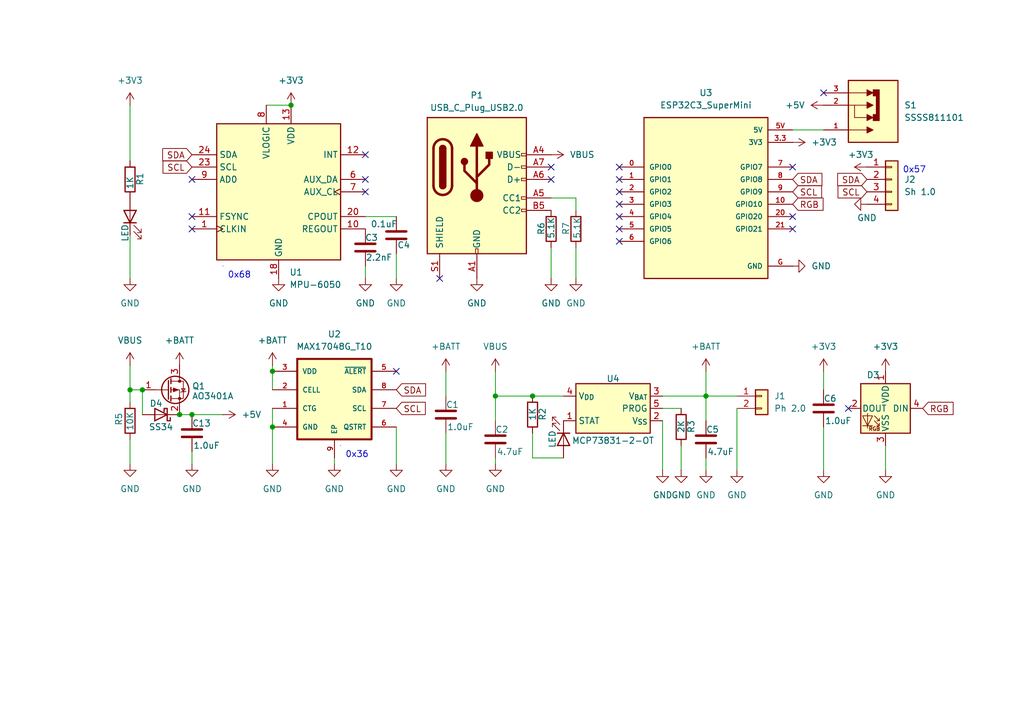
<source format=kicad_sch>
(kicad_sch (version 20231120) (generator "eeschema") (generator_version "8.0")
  (paper "A5")
  (lib_symbols
    (symbol "Battery_Management:MCP73831-5-OT"
      (property "Reference" "U4" (at 5.4962 -15.24 90))
      (property "Value" "MCP73831-5-OT" (at 2.9562 -15.24 90))
      (symbol "MCP73831-5-OT_0_1"
        (rectangle (start -7.62 5.08) (end 7.62 -5.08) (stroke (width 0.254)) (fill (type background)))
      )
      (symbol "MCP73831-5-OT_1_1"
        (pin tri_state line (at -10.16 -2.54 0) (length 2.54) (name "STAT") (number "1"))
        (pin power_in line (at 10.16 -2.54 180) (length 2.54) (name "V_{SS}") (number "2"))
        (pin power_out line (at 10.16 2.54 180) (length 2.54) (name "V_{BAT}") (number "3"))
        (pin power_in line (at -10.16 2.54 0) (length 2.54) (name "V_{DD}") (number "4"))
        (pin input line (at 10.16 0 180) (length 2.54) (name "PROG") (number "5"))
      )
    )
    (symbol "Connector:USB_C_Plug_USB2.0" (pin_names (offset 1.016))
      (property "Reference" "P1" (at 0 14.732 0))
      (property "Value" "USB_C_Plug_USB2.0" (at 0 12.192 0))
      (symbol "USB_C_Plug_USB2.0_0_0"
        (rectangle (start -0.254 -17.78) (end 0.254 -16.764))
        (rectangle (start 10.16 -8.636) (end 9.144 -9.144))
        (rectangle (start 10.16 -6.096) (end 9.144 -6.604))
        (rectangle (start 10.16 -2.286) (end 9.144 -2.794))
        (rectangle (start 10.16 0.254) (end 9.144 -0.254))
        (rectangle (start 10.16 2.794) (end 9.144 2.286))
      )
      (symbol "USB_C_Plug_USB2.0_0_1"
        (rectangle (start -10.16 10.16) (end 10.16 -17.78) (stroke (width 0.254)) (fill (type background)))
        (arc (start -8.89 -3.81) (mid -6.985 -5.7067) (end -5.08 -3.81) (stroke (width 0.508)))
        (arc (start -7.62 -3.81) (mid -6.985 -4.4423) (end -6.35 -3.81) (stroke (width 0.254)))
        (arc (start -7.62 -3.81) (mid -6.985 -4.4423) (end -6.35 -3.81) (stroke (width 0.254)) (fill (type outline)))
        (rectangle (start -7.62 -3.81) (end -6.35 3.81) (stroke (width 0.254)) (fill (type outline)))
        (arc (start -6.35 3.81) (mid -6.985 4.4423) (end -7.62 3.81) (stroke (width 0.254)))
        (arc (start -6.35 3.81) (mid -6.985 4.4423) (end -7.62 3.81) (stroke (width 0.254)) (fill (type outline)))
        (arc (start -5.08 3.81) (mid -6.985 5.7067) (end -8.89 3.81) (stroke (width 0.508)))
        (circle (center -2.54 1.143) (radius 0.635) (stroke (width 0.254)) (fill (type outline)))
        (circle (center 0 -5.842) (radius 1.27) (fill (type outline)))
        (polyline (pts (xy -8.89 -3.81) (xy -8.89 3.81)) (stroke (width 0.508)))
        (polyline (pts (xy -5.08 3.81) (xy -5.08 -3.81)) (stroke (width 0.508)))
        (polyline (pts (xy 0 -5.842) (xy 0 4.318)) (stroke (width 0.508)))
        (polyline (pts (xy 0 -3.302) (xy -2.54 -0.762) (xy -2.54 0.508)) (stroke (width 0.508)))
        (polyline (pts (xy 0 -2.032) (xy 2.54 0.508) (xy 2.54 1.778)) (stroke (width 0.508)))
        (polyline (pts (xy -1.27 4.318) (xy 0 6.858) (xy 1.27 4.318) (xy -1.27 4.318)) (stroke (width 0.254)) (fill (type outline)))
        (rectangle (start 1.905 1.778) (end 3.175 3.048) (stroke (width 0.254)) (fill (type outline)))
      )
      (symbol "USB_C_Plug_USB2.0_1_1"
        (pin passive line (at 0 -22.86 90) (length 5.08) (name "GND") (number "A1"))
        (pin passive line (at 0 -22.86 90) (length 5.08) hide (name "GND") (number "A12"))
        (pin passive line (at 15.24 2.54 180) (length 5.08) (name "VBUS") (number "A4"))
        (pin bidirectional line (at 15.24 -6.35 180) (length 5.08) (name "CC1") (number "A5"))
        (pin bidirectional line (at 15.24 -2.54 180) (length 5.08) (name "D+") (number "A6"))
        (pin bidirectional line (at 15.24 0 180) (length 5.08) (name "D-") (number "A7"))
        (pin passive line (at 15.24 2.54 180) (length 5.08) hide (name "VBUS") (number "A9"))
        (pin passive line (at 0 -22.86 90) (length 5.08) hide (name "GND") (number "B1"))
        (pin passive line (at 0 -22.86 90) (length 5.08) hide (name "GND") (number "B12"))
        (pin passive line (at 15.24 2.54 180) (length 5.08) hide (name "VBUS") (number "B4"))
        (pin bidirectional line (at 15.24 -8.89 180) (length 5.08) (name "CC2") (number "B5"))
        (pin passive line (at 15.24 2.54 180) (length 5.08) hide (name "VBUS") (number "B9"))
        (pin passive line (at -7.62 -22.86 90) (length 5.08) (name "SHIELD") (number "S1"))
      )
    )
    (symbol "Connector_Generic:Conn_01x02" (pin_names (offset 1.016) hide)
      (property "Reference" "J" (at 0 2.54 0))
      (property "Value" "Conn_01x02" (at 0 -5.08 0))
      (symbol "Conn_01x02_1_1"
        (rectangle (start -1.27 -2.413) (end 0 -2.667) (stroke (width 0.1524)))
        (rectangle (start -1.27 0.127) (end 0 -0.127) (stroke (width 0.1524)))
        (rectangle (start -1.27 1.27) (end 1.27 -3.81) (stroke (width 0.254)) (fill (type background)))
        (pin passive line (at -5.08 0 0) (length 3.81) (name "Pin_1") (number "1"))
        (pin passive line (at -5.08 -2.54 0) (length 3.81) (name "Pin_2") (number "2"))
      )
    )
    (symbol "Connector_Generic:Conn_01x04" (pin_names (offset 1.016) hide)
      (property "Reference" "J" (at 0 5.08 0))
      (property "Value" "Conn_01x04" (at 0 -7.62 0))
      (symbol "Conn_01x04_1_1"
        (rectangle (start -1.27 -4.953) (end 0 -5.207) (stroke (width 0.1524)))
        (rectangle (start -1.27 -2.413) (end 0 -2.667) (stroke (width 0.1524)))
        (rectangle (start -1.27 0.127) (end 0 -0.127) (stroke (width 0.1524)))
        (rectangle (start -1.27 2.667) (end 0 2.413) (stroke (width 0.1524)))
        (rectangle (start -1.27 3.81) (end 1.27 -6.35) (stroke (width 0.254)) (fill (type background)))
        (pin passive line (at -5.08 2.54 0) (length 3.81) (name "Pin_1") (number "1"))
        (pin passive line (at -5.08 0 0) (length 3.81) (name "Pin_2") (number "2"))
        (pin passive line (at -5.08 -2.54 0) (length 3.81) (name "Pin_3") (number "3"))
        (pin passive line (at -5.08 -5.08 0) (length 3.81) (name "Pin_4") (number "4"))
      )
    )
    (symbol "Custom:ESP32C3_SuperMini" (pin_names (offset 1.016))
      (property "Reference" "U" (at -12.7 16.002 0))
      (property "Value" "ESP32C3_SuperMini" (at -9.652 -20.32 0))
      (symbol "ESP32C3_SuperMini_0_0"
        (rectangle (start -12.7 -17.78) (end 12.7 15.24) (stroke (width 0.254)) (fill (type background)))
        (pin bidirectional line (at -17.78 5.08 0) (length 5.08) (name "GPIO0") (number "0"))
        (pin bidirectional line (at -17.78 2.54 0) (length 5.08) (name "GPIO1") (number "1"))
        (pin bidirectional line (at 17.78 -2.54 180) (length 5.08) (name "GPIO10") (number "10"))
        (pin bidirectional line (at -17.78 0 0) (length 5.08) (name "GPIO2") (number "2"))
        (pin bidirectional line (at 17.78 -5.08 180) (length 5.08) (name "GPIO20") (number "20"))
        (pin bidirectional line (at 17.78 -7.62 180) (length 5.08) (name "GPIO21") (number "21"))
        (pin bidirectional line (at -17.78 -2.54 0) (length 5.08) (name "GPIO3") (number "3"))
        (pin power_in line (at 17.78 10.16 180) (length 5.08) (name "3V3") (number "3.3"))
        (pin bidirectional line (at -17.78 -5.08 0) (length 5.08) (name "GPIO4") (number "4"))
        (pin bidirectional line (at -17.78 -7.62 0) (length 5.08) (name "GPIO5") (number "5"))
        (pin power_in line (at 17.78 12.7 180) (length 5.08) (name "5V") (number "5V"))
        (pin bidirectional line (at -17.78 -10.16 0) (length 5.08) (name "GPIO6") (number "6"))
        (pin bidirectional line (at 17.78 5.08 180) (length 5.08) (name "GPIO7") (number "7"))
        (pin bidirectional line (at 17.78 2.54 180) (length 5.08) (name "GPIO8") (number "8"))
        (pin bidirectional line (at 17.78 0 180) (length 5.08) (name "GPIO9") (number "9"))
        (pin power_in line (at 17.78 -15.24 180) (length 5.08) (name "GND") (number "G"))
      )
    )
    (symbol "Custom:MAX17048G_T10" (pin_names (offset 1.016))
      (property "Reference" "U2" (at 0 13.97 0))
      (property "Value" "MAX17048G_T10" (at 0 11.43 0))
      (symbol "MAX17048G_T10_0_0"
        (rectangle (start -7.62 8.89) (end 7.62 -7.62) (stroke (width 0.41)) (fill (type background)))
        (pin power_in line (at -12.7 -1.27 0) (length 5.08) (name "CTG") (number "1"))
        (pin power_in line (at -12.7 2.54 0) (length 5.08) (name "CELL") (number "2"))
        (pin power_in line (at -12.7 6.35 0) (length 5.08) (name "VDD") (number "3"))
        (pin power_in line (at -12.7 -5.08 0) (length 5.08) (name "GND") (number "4"))
        (pin output line (at 12.7 6.35 180) (length 5.08) (name "~{ALERT}") (number "5"))
        (pin input line (at 12.7 -5.08 180) (length 5.08) (name "QSTRT") (number "6"))
        (pin input line (at 12.7 -1.27 180) (length 5.08) (name "SCL") (number "7"))
        (pin bidirectional line (at 12.7 2.54 180) (length 5.08) (name "SDA") (number "8"))
      )
      (symbol "MAX17048G_T10_1_0"
        (pin power_in line (at 0 -11.43 90) (length 3.81) (name "EP") (number "9"))
      )
    )
    (symbol "Custom:SSSS811101" (pin_names (offset 1.016))
      (property "Reference" "S" (at -5.08 5.715 0))
      (property "Value" "SSSS811101" (at -5.08 -10.16 0))
      (symbol "SSSS811101_0_0"
        (rectangle (start -5.08 5.08) (end 5.08 -7.62) (stroke (width 0.254)) (fill (type background)))
        (polyline (pts (xy 3.81 -2.54) (xy 1.27 -2.54)) (stroke (width 0.1524)))
        (polyline (pts (xy 3.81 0) (xy 1.27 0)) (stroke (width 0.1524)))
        (polyline (pts (xy 3.81 0) (xy 3.81 -2.54)) (stroke (width 0.1524)))
        (polyline (pts (xy 5.08 -5.08) (xy 1.27 -5.08)) (stroke (width 0.1524)))
        (polyline (pts (xy 5.08 -2.54) (xy 3.81 -2.54)) (stroke (width 0.1524)))
        (polyline (pts (xy 5.08 2.54) (xy 1.27 2.54)) (stroke (width 0.1524)))
        (polyline (pts (xy 1.27 -5.715) (xy 1.27 -4.445) (xy 0 -5.08) (xy 1.27 -5.715)) (stroke (width 0.1524)) (fill (type outline)))
        (polyline (pts (xy 1.27 -3.175) (xy 1.27 -1.905) (xy 0 -2.54) (xy 1.27 -3.175)) (stroke (width 0.1524)) (fill (type outline)))
        (polyline (pts (xy 1.27 -0.635) (xy 1.27 0.635) (xy 0 0) (xy 1.27 -0.635)) (stroke (width 0.1524)) (fill (type outline)))
        (polyline (pts (xy 1.27 1.905) (xy 1.27 3.175) (xy 0 2.54) (xy 1.27 1.905)) (stroke (width 0.1524)) (fill (type outline)))
        (polyline (pts (xy 0 -4.445) (xy 0 -5.715) (xy -1.27 -5.715) (xy -1.27 0.635) (xy 0 0.635) (xy 0 -0.635) (xy -0.635 -0.635) (xy -0.635 -4.445) (xy 0 -4.445)) (stroke (width 0.1524)) (fill (type outline)))
        (pin passive line (at 10.16 2.54 180) (length 5.08) (name "~") (number "1"))
        (pin passive line (at 10.16 -2.54 180) (length 5.08) (name "~") (number "2"))
        (pin passive line (at 10.16 -5.08 180) (length 5.08) (name "~") (number "3"))
      )
    )
    (symbol "Device:C" (pin_numbers hide) (pin_names (offset 0.254))
      (property "Reference" "C" (at 0.635 2.54 0))
      (property "Value" "C" (at 0.635 -2.54 0))
      (symbol "C_0_1"
        (polyline (pts (xy -2.032 -0.762) (xy 2.032 -0.762)) (stroke (width 0.508)))
        (polyline (pts (xy -2.032 0.762) (xy 2.032 0.762)) (stroke (width 0.508)))
      )
      (symbol "C_1_1"
        (pin passive line (at 0 3.81 270) (length 2.794) (name "~") (number "1"))
        (pin passive line (at 0 -3.81 90) (length 2.794) (name "~") (number "2"))
      )
    )
    (symbol "Device:LED" (pin_numbers hide) (pin_names (offset 1.016) hide)
      (property "Reference" "D" (at 0 2.54 0))
      (property "Value" "LED" (at 0 -2.54 0))
      (symbol "LED_0_1"
        (polyline (pts (xy -1.27 -1.27) (xy -1.27 1.27)) (stroke (width 0.254)))
        (polyline (pts (xy -1.27 0) (xy 1.27 0)))
        (polyline (pts (xy 1.27 -1.27) (xy 1.27 1.27) (xy -1.27 0) (xy 1.27 -1.27)) (stroke (width 0.254)))
        (polyline (pts (xy -3.048 -0.762) (xy -4.572 -2.286) (xy -3.81 -2.286) (xy -4.572 -2.286) (xy -4.572 -1.524)))
        (polyline (pts (xy -1.778 -0.762) (xy -3.302 -2.286) (xy -2.54 -2.286) (xy -3.302 -2.286) (xy -3.302 -1.524)))
      )
      (symbol "LED_1_1"
        (pin passive line (at -3.81 0 0) (length 2.54) (name "K") (number "1"))
        (pin passive line (at 3.81 0 180) (length 2.54) (name "A") (number "2"))
      )
    )
    (symbol "Device:R" (pin_numbers hide) (pin_names (offset 0))
      (property "Reference" "R" (at 2.032 0 90))
      (property "Value" "R" (at 0 0 90))
      (symbol "R_0_1"
        (rectangle (start -1.016 -2.54) (end 1.016 2.54) (stroke (width 0.254)))
      )
      (symbol "R_1_1"
        (pin passive line (at 0 3.81 270) (length 1.27) (name "~") (number "1"))
        (pin passive line (at 0 -3.81 90) (length 1.27) (name "~") (number "2"))
      )
    )
    (symbol "Diode:SS34" (pin_numbers hide) (pin_names (offset 1.016) hide)
      (property "Reference" "D" (at 0 2.54 0))
      (property "Value" "SS34" (at 0 -2.54 0))
      (symbol "SS34_0_1"
        (polyline (pts (xy 1.27 0) (xy -1.27 0)))
        (polyline (pts (xy 1.27 1.27) (xy 1.27 -1.27) (xy -1.27 0) (xy 1.27 1.27)) (stroke (width 0.254)))
        (polyline (pts (xy -1.905 0.635) (xy -1.905 1.27) (xy -1.27 1.27) (xy -1.27 -1.27) (xy -0.635 -1.27) (xy -0.635 -0.635)) (stroke (width 0.254)))
      )
      (symbol "SS34_1_1"
        (pin passive line (at -3.81 0 0) (length 2.54) (name "K") (number "1"))
        (pin passive line (at 3.81 0 180) (length 2.54) (name "A") (number "2"))
      )
    )
    (symbol "LED:WS2812B" (pin_names (offset 0.254))
      (property "Reference" "D" (at 5.08 5.715 0))
      (property "Value" "WS2812B" (at 1.27 -5.715 0))
      (symbol "WS2812B_0_0"
        (text "RGB" (at 2.286 -4.191 0) (effects (font (size 0.762 0.762))))
      )
      (symbol "WS2812B_0_1"
        (polyline (pts (xy 1.27 -3.556) (xy 1.778 -3.556)))
        (polyline (pts (xy 1.27 -2.54) (xy 1.778 -2.54)))
        (polyline (pts (xy 4.699 -3.556) (xy 2.667 -3.556)))
        (polyline (pts (xy 2.286 -2.54) (xy 1.27 -3.556) (xy 1.27 -3.048)))
        (polyline (pts (xy 2.286 -1.524) (xy 1.27 -2.54) (xy 1.27 -2.032)))
        (polyline (pts (xy 3.683 -1.016) (xy 3.683 -3.556) (xy 3.683 -4.064)))
        (polyline (pts (xy 4.699 -1.524) (xy 2.667 -1.524) (xy 3.683 -3.556) (xy 4.699 -1.524)))
        (rectangle (start 5.08 5.08) (end -5.08 -5.08) (stroke (width 0.254)) (fill (type background)))
      )
      (symbol "WS2812B_1_1"
        (pin power_in line (at 0 7.62 270) (length 2.54) (name "VDD") (number "1"))
        (pin output line (at 7.62 0 180) (length 2.54) (name "DOUT") (number "2"))
        (pin power_in line (at 0 -7.62 90) (length 2.54) (name "VSS") (number "3"))
        (pin input line (at -7.62 0 0) (length 2.54) (name "DIN") (number "4"))
      )
    )
    (symbol "Sensor_Motion:MPU-6050"
      (property "Reference" "U" (at -11.43 13.97 0))
      (property "Value" "MPU-6050" (at 7.62 -15.24 0))
      (symbol "MPU-6050_0_0"
        (text "" (at 12.7 -2.54 0) (effects (font (size 1.27 1.27))))
      )
      (symbol "MPU-6050_0_1"
        (rectangle (start -12.7 13.97) (end 12.7 -13.97) (stroke (width 0.254)) (fill (type background)))
      )
      (symbol "MPU-6050_1_1"
        (pin input clock (at -17.78 -7.62 0) (length 5.08) (name "CLKIN") (number "1"))
        (pin passive line (at 17.78 -7.62 180) (length 5.08) (name "REGOUT") (number "10"))
        (pin input line (at -17.78 -5.08 0) (length 5.08) (name "FSYNC") (number "11"))
        (pin output line (at 17.78 7.62 180) (length 5.08) (name "INT") (number "12"))
        (pin power_in line (at 2.54 17.78 270) (length 3.81) (name "VDD") (number "13"))
        (pin no_connect line (at -12.7 -10.16 0) (length 2.54) hide (name "NC") (number "14"))
        (pin no_connect line (at 12.7 12.7 180) (length 2.54) hide (name "NC") (number "15"))
        (pin no_connect line (at 12.7 10.16 180) (length 2.54) hide (name "NC") (number "16"))
        (pin no_connect line (at 12.7 5.08 180) (length 2.54) hide (name "NC") (number "17"))
        (pin power_in line (at 0 -17.78 90) (length 3.81) (name "GND") (number "18"))
        (pin no_connect line (at 12.7 -10.16 180) (length 2.54) hide (name "RESV") (number "19"))
        (pin no_connect line (at -12.7 12.7 0) (length 2.54) hide (name "NC") (number "2"))
        (pin passive line (at 17.78 -5.08 180) (length 5.08) (name "CPOUT") (number "20"))
        (pin no_connect line (at 12.7 -2.54 180) (length 2.54) hide (name "RESV") (number "21"))
        (pin no_connect line (at 12.7 -12.7 180) (length 2.54) hide (name "RESV") (number "22"))
        (pin input line (at -17.78 5.08 0) (length 5.08) (name "SCL") (number "23"))
        (pin bidirectional line (at -17.78 7.62 0) (length 5.08) (name "SDA") (number "24"))
        (pin no_connect line (at -12.7 10.16 0) (length 2.54) hide (name "NC") (number "3"))
        (pin no_connect line (at -12.7 0 0) (length 2.54) hide (name "NC") (number "4"))
        (pin no_connect line (at -12.7 -2.54 0) (length 2.54) hide (name "NC") (number "5"))
        (pin bidirectional line (at 17.78 2.54 180) (length 5.08) (name "AUX_DA") (number "6"))
        (pin output clock (at 17.78 0 180) (length 5.08) (name "AUX_CL") (number "7"))
        (pin power_in line (at -2.54 17.78 270) (length 3.81) (name "VLOGIC") (number "8"))
        (pin input line (at -17.78 2.54 0) (length 5.08) (name "AD0") (number "9"))
      )
    )
    (symbol "Transistor_FET:AO3401A" (pin_names hide)
      (property "Reference" "Q" (at 5.08 1.905 0))
      (property "Value" "AO3401A" (at 5.08 0 0))
      (symbol "AO3401A_0_1"
        (polyline (pts (xy 0.254 0) (xy -2.54 0)))
        (polyline (pts (xy 0.254 1.905) (xy 0.254 -1.905)) (stroke (width 0.254)))
        (polyline (pts (xy 0.762 -1.27) (xy 0.762 -2.286)) (stroke (width 0.254)))
        (polyline (pts (xy 0.762 0.508) (xy 0.762 -0.508)) (stroke (width 0.254)))
        (polyline (pts (xy 0.762 2.286) (xy 0.762 1.27)) (stroke (width 0.254)))
        (polyline (pts (xy 2.54 2.54) (xy 2.54 1.778)))
        (polyline (pts (xy 2.54 -2.54) (xy 2.54 0) (xy 0.762 0)))
        (polyline (pts (xy 0.762 1.778) (xy 3.302 1.778) (xy 3.302 -1.778) (xy 0.762 -1.778)))
        (polyline (pts (xy 2.286 0) (xy 1.27 0.381) (xy 1.27 -0.381) (xy 2.286 0)) (fill (type outline)))
        (polyline (pts (xy 2.794 -0.508) (xy 2.921 -0.381) (xy 3.683 -0.381) (xy 3.81 -0.254)))
        (polyline (pts (xy 3.302 -0.381) (xy 2.921 0.254) (xy 3.683 0.254) (xy 3.302 -0.381)))
        (circle (center 1.651 0) (radius 2.794) (stroke (width 0.254)))
        (circle (center 2.54 -1.778) (radius 0.254) (fill (type outline)))
        (circle (center 2.54 1.778) (radius 0.254) (fill (type outline)))
      )
      (symbol "AO3401A_1_1"
        (pin input line (at -5.08 0 0) (length 2.54) (name "G") (number "1"))
        (pin passive line (at 2.54 -5.08 90) (length 2.54) (name "S") (number "2"))
        (pin passive line (at 2.54 5.08 270) (length 2.54) (name "D") (number "3"))
      )
    )
    (symbol "power:+3V3" (power) (pin_numbers hide) (pin_names (offset 0) hide)
      (property "Value" "+3V3" (at 0 3.556 0))
      (symbol "+3V3_0_1"
        (polyline (pts (xy -0.762 1.27) (xy 0 2.54)))
        (polyline (pts (xy 0 0) (xy 0 2.54)))
        (polyline (pts (xy 0 2.54) (xy 0.762 1.27)))
      )
      (symbol "+3V3_1_1"
        (pin power_in line (at 0 0 90) (length 0) (name "~") (number "1"))
      )
    )
    (symbol "power:+5V" (power) (pin_numbers hide) (pin_names (offset 0) hide)
      (property "Value" "+5V" (at 0 3.556 0))
      (symbol "+5V_0_1"
        (polyline (pts (xy -0.762 1.27) (xy 0 2.54)))
        (polyline (pts (xy 0 0) (xy 0 2.54)))
        (polyline (pts (xy 0 2.54) (xy 0.762 1.27)))
      )
      (symbol "+5V_1_1"
        (pin power_in line (at 0 0 90) (length 0) (name "~") (number "1"))
      )
    )
    (symbol "power:+BATT" (power) (pin_numbers hide) (pin_names (offset 0) hide)
      (property "Value" "+BATT" (at 0 3.556 0))
      (symbol "+BATT_0_1"
        (polyline (pts (xy -0.762 1.27) (xy 0 2.54)))
        (polyline (pts (xy 0 0) (xy 0 2.54)))
        (polyline (pts (xy 0 2.54) (xy 0.762 1.27)))
      )
      (symbol "+BATT_1_1"
        (pin power_in line (at 0 0 90) (length 0) (name "~") (number "1"))
      )
    )
    (symbol "power:GND" (power) (pin_numbers hide) (pin_names (offset 0) hide)
      (property "Value" "GND" (at 0 -3.81 0))
      (symbol "GND_0_1"
        (polyline (pts (xy 0 0) (xy 0 -1.27) (xy 1.27 -1.27) (xy 0 -2.54) (xy -1.27 -1.27) (xy 0 -1.27)))
      )
      (symbol "GND_1_1"
        (pin power_in line (at 0 0 270) (length 0) (name "~") (number "1"))
      )
    )
    (symbol "power:VBUS" (power) (pin_numbers hide) (pin_names (offset 0) hide)
      (property "Value" "VBUS" (at 0 3.556 0))
      (symbol "VBUS_0_1"
        (polyline (pts (xy -0.762 1.27) (xy 0 2.54)))
        (polyline (pts (xy 0 0) (xy 0 2.54)))
        (polyline (pts (xy 0 2.54) (xy 0.762 1.27)))
      )
      (symbol "VBUS_1_1"
        (pin power_in line (at 0 0 90) (length 0) (name "~") (number "1"))
      )
    )
  )
  (junction (at 101.6 81.28))
  (junction (at 109.22 81.28))
  (junction (at 55.88 87.63))
  (junction (at 39.37 85.09))
  (junction (at 36.83 85.09))
  (junction (at 55.88 76.2))
  (junction (at 59.69 21.59))
  (junction (at 144.78 81.28))
  (junction (at 26.67 80.01))
  (junction (at 29.21 80.01))
  (no_connect (at 113.03 36.83))
  (no_connect (at 168.91 19.05))
  (no_connect (at 127 46.99))
  (no_connect (at 162.56 46.99))
  (no_connect (at 39.37 44.45))
  (no_connect (at 74.93 31.75))
  (no_connect (at 74.93 36.83))
  (no_connect (at 127 34.29))
  (no_connect (at 127 36.83))
  (no_connect (at 39.37 36.83))
  (no_connect (at 162.56 44.45))
  (no_connect (at 162.56 34.29))
  (no_connect (at 90.17 57.15))
  (no_connect (at 173.99 83.82))
  (no_connect (at 127 44.45))
  (no_connect (at 81.28 76.2))
  (no_connect (at 113.03 34.29))
  (no_connect (at 127 49.53))
  (no_connect (at 127 39.37))
  (no_connect (at 127 41.91))
  (no_connect (at 39.37 46.99))
  (no_connect (at 74.93 39.37))
  (wire (pts (xy 26.67 74.93) (xy 26.67 80.01)))
  (wire (pts (xy 151.13 96.52) (xy 151.13 83.82)))
  (wire (pts (xy 29.21 80.01) (xy 29.21 85.09)))
  (wire (pts (xy 109.22 88.9) (xy 109.22 93.98)))
  (wire (pts (xy 135.89 81.28) (xy 144.78 81.28)))
  (wire (pts (xy 68.58 95.25) (xy 68.58 93.98)))
  (wire (pts (xy 168.91 87.63) (xy 168.91 96.52)))
  (wire (pts (xy 113.03 50.8) (xy 113.03 57.15)))
  (wire (pts (xy 26.67 82.55) (xy 26.67 80.01)))
  (wire (pts (xy 91.44 76.2) (xy 91.44 81.28)))
  (wire (pts (xy 26.67 95.25) (xy 26.67 90.17)))
  (wire (pts (xy 101.6 81.28) (xy 101.6 76.2)))
  (wire (pts (xy 144.78 86.36) (xy 144.78 81.28)))
  (wire (pts (xy 91.44 88.9) (xy 91.44 95.25)))
  (wire (pts (xy 162.56 26.67) (xy 168.91 26.67)))
  (wire (pts (xy 101.6 86.36) (xy 101.6 81.28)))
  (wire (pts (xy 118.11 40.64) (xy 113.03 40.64)))
  (wire (pts (xy 26.67 21.59) (xy 26.67 33.02)))
  (wire (pts (xy 135.89 96.52) (xy 135.89 86.36)))
  (wire (pts (xy 101.6 95.25) (xy 101.6 93.98)))
  (wire (pts (xy 54.61 21.59) (xy 59.69 21.59)))
  (wire (pts (xy 181.61 91.44) (xy 181.61 96.52)))
  (wire (pts (xy 55.88 74.93) (xy 55.88 76.2)))
  (wire (pts (xy 36.83 85.09) (xy 39.37 85.09)))
  (wire (pts (xy 168.91 76.2) (xy 168.91 80.01)))
  (wire (pts (xy 26.67 80.01) (xy 29.21 80.01)))
  (wire (pts (xy 118.11 43.18) (xy 118.11 40.64)))
  (wire (pts (xy 39.37 95.25) (xy 39.37 92.71)))
  (wire (pts (xy 118.11 57.15) (xy 118.11 50.8)))
  (wire (pts (xy 109.22 81.28) (xy 115.57 81.28)))
  (wire (pts (xy 81.28 44.45) (xy 74.93 44.45)))
  (wire (pts (xy 26.67 57.15) (xy 26.67 48.26)))
  (wire (pts (xy 81.28 57.15) (xy 81.28 52.07)))
  (wire (pts (xy 55.88 95.25) (xy 55.88 87.63)))
  (wire (pts (xy 144.78 81.28) (xy 151.13 81.28)))
  (wire (pts (xy 81.28 95.25) (xy 81.28 87.63)))
  (wire (pts (xy 101.6 81.28) (xy 109.22 81.28)))
  (wire (pts (xy 144.78 96.52) (xy 144.78 93.98)))
  (wire (pts (xy 139.7 96.52) (xy 139.7 91.44)))
  (wire (pts (xy 55.88 76.2) (xy 55.88 80.01)))
  (wire (pts (xy 144.78 76.2) (xy 144.78 81.28)))
  (wire (pts (xy 55.88 83.82) (xy 55.88 87.63)))
  (wire (pts (xy 45.72 85.09) (xy 39.37 85.09)))
  (wire (pts (xy 135.89 83.82) (xy 139.7 83.82)))
  (wire (pts (xy 74.93 57.15) (xy 74.93 54.61)))
  (wire (pts (xy 109.22 93.98) (xy 115.57 93.98)))
  (text_box "0x57" (at 184.15 33.02 0) (size 0 0) (effects (font (size 1.27 1.27)) (justify left top)))
  (text_box "0x36\n" (at 69.85 91.44 0) (size 0 0) (effects (font (size 1.27 1.27)) (justify left top)))
  (text_box "0x68" (at 45.72 54.61 0) (size 0 0) (effects (font (size 1.27 1.27)) (justify left top)))
  (global_label "SDA" (shape input) (at 177.8 36.83 180) (property "Intersheetrefs" "${INTERSHEET_REFS}" (effects (hide yes))))
  (global_label "SCL" (shape input) (at 39.37 34.29 180) (property "Intersheetrefs" "${INTERSHEET_REFS}" (effects (hide yes))))
  (global_label "SDA" (shape input) (at 81.28 80.01 0) (property "Intersheetrefs" "${INTERSHEET_REFS}" (effects (hide yes))))
  (global_label "SDA" (shape input) (at 162.56 36.83 0) (property "Intersheetrefs" "${INTERSHEET_REFS}" (effects (hide yes))))
  (global_label "SDA" (shape input) (at 39.37 31.75 180) (property "Intersheetrefs" "${INTERSHEET_REFS}" (effects (hide yes))))
  (global_label "SCL" (shape input) (at 81.28 83.82 0) (property "Intersheetrefs" "${INTERSHEET_REFS}" (effects (hide yes))))
  (global_label "RGB" (shape input) (at 189.23 83.82 0) (property "Intersheetrefs" "${INTERSHEET_REFS}" (effects (hide yes))))
  (global_label "RGB" (shape input) (at 162.56 41.91 0) (property "Intersheetrefs" "${INTERSHEET_REFS}" (effects (hide yes))))
  (global_label "SCL" (shape input) (at 177.8 39.37 180) (property "Intersheetrefs" "${INTERSHEET_REFS}" (effects (hide yes))))
  (global_label "SCL" (shape input) (at 162.56 39.37 0) (property "Intersheetrefs" "${INTERSHEET_REFS}" (effects (hide yes))))
  (symbol (lib_id "power:VBUS") (at 113.03 31.75 270) (unit 1)
    (property "Reference" "#PWR031" (effects (hide yes)))
    (property "Value" "VBUS" (at 116.84 31.7499 90) (effects (justify left)))
    (property "Description" "Power symbol creates a global label with name \"VBUS\"" (effects (hide yes)))
  )
  (symbol (lib_id "Sensor_Motion:MPU-6050") (at 57.15 39.37 0) (unit 1)
    (property "Reference" "U1" (at 59.3441 55.88 0) (effects (justify left)))
    (property "Value" "MPU-6050" (at 59.3441 58.42 0) (effects (justify left)))
    (property "Footprint" "Sensor_Motion:InvenSense_QFN-24_4x4mm_P0.5mm" (effects (hide yes)))
    (property "Datasheet" "https://invensense.tdk.com/wp-content/uploads/2015/02/MPU-6000-Datasheet1.pdf" (effects (hide yes)))
    (property "Description" "InvenSense 6-Axis Motion Sensor, Gyroscope, Accelerometer, I2C" (effects (hide yes)))
  )
  (symbol (lib_id "power:GND") (at 81.28 95.25 0) (unit 1)
    (property "Reference" "#PWR010" (effects (hide yes)))
    (property "Value" "GND" (at 81.28 100.33 0))
    (property "Description" "Power symbol creates a global label with name \"GND\" , ground" (effects (hide yes)))
  )
  (symbol (lib_id "power:VBUS") (at 101.6 76.2 0) (unit 1)
    (property "Reference" "#PWR013" (effects (hide yes)))
    (property "Value" "VBUS" (at 101.6 71.12 0))
    (property "Description" "Power symbol creates a global label with name \"VBUS\"" (effects (hide yes)))
  )
  (symbol (lib_id "power:+5V") (at 45.72 85.09 270) (unit 1)
    (property "Reference" "#PWR038" (effects (hide yes)))
    (property "Value" "+5V" (at 49.53 85.0899 90) (effects (justify left)))
    (property "Description" "Power symbol creates a global label with name \"+5V\"" (effects (hide yes)))
  )
  (symbol (lib_id "Device:R") (at 139.7 87.63 0) (unit 1)
    (property "Reference" "R3" (at 141.732 88.9 90) (effects (justify left)))
    (property "Value" "2K" (at 139.7 88.9 90) (effects (justify left)))
    (property "Footprint" "Resistor_SMD:R_0402_1005Metric_Pad0.72x0.64mm_HandSolder" (effects (hide yes)))
    (property "Description" "Resistor" (effects (hide yes)))
  )
  (symbol (lib_id "power:GND") (at 26.67 57.15 0) (unit 1)
    (property "Reference" "#PWR02" (effects (hide yes)))
    (property "Value" "GND" (at 26.67 62.23 0))
    (property "Description" "Power symbol creates a global label with name \"GND\" , ground" (effects (hide yes)))
  )
  (symbol (lib_id "power:GND") (at 144.78 96.52 0) (unit 1)
    (property "Reference" "#PWR033" (effects (hide yes)))
    (property "Value" "GND" (at 144.78 101.6 0))
    (property "Description" "Power symbol creates a global label with name \"GND\" , ground" (effects (hide yes)))
  )
  (symbol (lib_id "power:GND") (at 55.88 95.25 0) (unit 1)
    (property "Reference" "#PWR04" (effects (hide yes)))
    (property "Value" "GND" (at 55.88 100.33 0))
    (property "Description" "Power symbol creates a global label with name \"GND\" , ground" (effects (hide yes)))
  )
  (symbol (lib_id "Device:C") (at 144.78 90.17 0) (unit 1)
    (property "Reference" "C5" (at 144.78 88.138 0) (effects (justify left)))
    (property "Value" "4.7uF" (at 145.034 92.71 0) (effects (justify left)))
    (property "Footprint" "Capacitor_SMD:C_0402_1005Metric_Pad0.74x0.62mm_HandSolder" (effects (hide yes)))
    (property "Description" "Unpolarized capacitor" (effects (hide yes)))
  )
  (symbol (lib_id "Connector_Generic:Conn_01x04") (at 182.88 36.83 0) (unit 1)
    (property "Reference" "J2" (at 185.42 36.8299 0) (effects (justify left)))
    (property "Value" "Sh 1.0" (at 185.42 39.3699 0) (effects (justify left)))
    (property "Footprint" "Connector_JST:JST_SH_SM04B-SRSS-TB_1x04-1MP_P1.00mm_Horizontal" (effects (hide yes)))
    (property "Description" "Generic connector, single row, 01x04, script generated (kicad-library-utils/schlib/autogen/connector/)" (effects (hide yes)))
  )
  (symbol (lib_id "power:+BATT") (at 91.44 76.2 0) (unit 1)
    (property "Reference" "#PWR011" (effects (hide yes)))
    (property "Value" "+BATT" (at 91.44 71.12 0))
    (property "Description" "Power symbol creates a global label with name \"+BATT\"" (effects (hide yes)))
  )
  (symbol (lib_id "Device:C") (at 39.37 88.9 0) (unit 1)
    (property "Reference" "C13" (at 39.37 86.868 0) (effects (justify left)))
    (property "Value" "1.0uF" (at 39.624 91.44 0) (effects (justify left)))
    (property "Footprint" "Capacitor_SMD:C_0402_1005Metric_Pad0.74x0.62mm_HandSolder" (effects (hide yes)))
    (property "Description" "Unpolarized capacitor" (effects (hide yes)))
  )
  (symbol (lib_id "power:GND") (at 168.91 96.52 0) (unit 1)
    (property "Reference" "#PWR037" (effects (hide yes)))
    (property "Value" "GND" (at 168.91 101.6 0))
    (property "Description" "Power symbol creates a global label with name \"GND\" , ground" (effects (hide yes)))
  )
  (symbol (lib_id "Device:R") (at 26.67 36.83 0) (unit 1)
    (property "Reference" "R1" (at 28.702 38.1 90) (effects (justify left)))
    (property "Value" "1K" (at 26.67 38.862 90) (effects (justify left)))
    (property "Footprint" "Resistor_SMD:R_0402_1005Metric_Pad0.72x0.64mm_HandSolder" (effects (hide yes)))
    (property "Description" "Resistor" (effects (hide yes)))
  )
  (symbol (lib_id "power:+3V3") (at 168.91 76.2 0) (mirror y) (unit 1)
    (property "Reference" "#PWR036" (effects (hide yes)))
    (property "Value" "+3V3" (at 168.91 71.12 0))
    (property "Description" "Power symbol creates a global label with name \"+3V3\"" (effects (hide yes)))
  )
  (symbol (lib_id "power:+3V3") (at 162.56 29.21 270) (unit 1)
    (property "Reference" "#PWR016" (effects (hide yes)))
    (property "Value" "+3V3" (at 166.37 29.2099 90) (effects (justify left)))
    (property "Description" "Power symbol creates a global label with name \"+3V3\"" (effects (hide yes)))
  )
  (symbol (lib_id "Device:R") (at 118.11 46.99 0) (unit 1)
    (property "Reference" "R7" (at 116.078 48.26 90) (effects (justify left)))
    (property "Value" "5.1K" (at 118.364 49.022 90) (effects (justify left)))
    (property "Footprint" "Resistor_SMD:R_0402_1005Metric_Pad0.72x0.64mm_HandSolder" (effects (hide yes)))
    (property "Description" "Resistor" (effects (hide yes)))
  )
  (symbol (lib_id "Device:C") (at 74.93 50.8 180) (unit 1)
    (property "Reference" "C3" (at 76.2 48.768 0))
    (property "Value" "2.2nF" (at 77.724 52.832 0))
    (property "Footprint" "Capacitor_SMD:C_0402_1005Metric_Pad0.74x0.62mm_HandSolder" (effects (hide yes)))
    (property "Description" "Unpolarized capacitor" (effects (hide yes)))
  )
  (symbol (lib_id "power:+BATT") (at 55.88 74.93 0) (unit 1)
    (property "Reference" "#PWR03" (effects (hide yes)))
    (property "Value" "+BATT" (at 55.88 69.85 0))
    (property "Description" "Power symbol creates a global label with name \"+BATT\"" (effects (hide yes)))
  )
  (symbol (lib_id "power:GND") (at 91.44 95.25 0) (unit 1)
    (property "Reference" "#PWR012" (effects (hide yes)))
    (property "Value" "GND" (at 91.44 100.33 0))
    (property "Description" "Power symbol creates a global label with name \"GND\" , ground" (effects (hide yes)))
  )
  (symbol (lib_id "power:GND") (at 39.37 95.25 0) (unit 1)
    (property "Reference" "#PWR025" (effects (hide yes)))
    (property "Value" "GND" (at 39.37 100.33 0))
    (property "Description" "Power symbol creates a global label with name \"GND\" , ground" (effects (hide yes)))
  )
  (symbol (lib_id "Diode:SS34") (at 33.02 85.09 180) (unit 1)
    (property "Reference" "D4" (at 32.004 82.804 0))
    (property "Value" "SS34" (at 33.02 87.63 0))
    (property "Footprint" "Diode_SMD:D_SMA" (effects (hide yes)))
    (property "Datasheet" "https://www.vishay.com/docs/88751/ss32.pdf" (effects (hide yes)))
    (property "Description" "40V 3A Schottky Diode, SMA" (effects (hide yes)))
  )
  (symbol (lib_id "LED:WS2812B") (at 181.61 83.82 0) (mirror y) (unit 1)
    (property "Reference" "D3" (at 179.07 76.962 0))
    (property "Value" "WS2812B" (effects (hide yes)))
    (property "Footprint" "LED_SMD:LED_WS2812B_PLCC4_5.0x5.0mm_P3.2mm" (effects (hide yes)))
    (property "Datasheet" "https://cdn-shop.adafruit.com/datasheets/WS2812B.pdf" (effects (hide yes)))
    (property "Description" "RGB LED with integrated controller" (effects (hide yes)))
  )
  (symbol (lib_id "power:+3V3") (at 59.69 21.59 0) (unit 1)
    (property "Reference" "#PWR06" (effects (hide yes)))
    (property "Value" "+3V3" (at 59.69 16.51 0))
    (property "Description" "Power symbol creates a global label with name \"+3V3\"" (effects (hide yes)))
  )
  (symbol (lib_id "Custom:SSSS811101") (at 179.07 24.13 180) (unit 1)
    (property "Reference" "S1" (at 185.42 21.5899 0) (effects (justify right)))
    (property "Value" "SSSS811101" (at 185.42 24.1299 0) (effects (justify right)))
    (property "Footprint" "Custom:SW_SSSS811101" (effects (hide yes)))
    (property "MF" "ALPS" (effects (hide yes)))
    (property "MAXIMUM_PACKAGE_HEIGHT" "1.60 mm" (effects (hide yes)))
    (property "Package" "None" (effects (hide yes)))
    (property "Price" "None" (effects (hide yes)))
    (property "Check_prices" "https://www.snapeda.com/parts/SSSS811101/ALPS/view-part/?ref=eda" (effects (hide yes)))
    (property "STANDARD" "Manufacturer Recommendations" (effects (hide yes)))
    (property "PARTREV" "N/A" (effects (hide yes)))
    (property "SnapEDA_Link" "https://www.snapeda.com/parts/SSSS811101/ALPS/view-part/?ref=snap" (effects (hide yes)))
    (property "MP" "SSSS811101" (effects (hide yes)))
    (property "Description_1" "\n                        \n                            Switch Slide SP Side Slide 0.3A 5VDC 10000Cycles Gull Wing SMD T/R\n                        \n" (effects (hide yes)))
    (property "Availability" "In Stock" (effects (hide yes)))
    (property "MANUFACTURER" "ALPS" (effects (hide yes)))
  )
  (symbol (lib_id "power:GND") (at 135.89 96.52 0) (unit 1)
    (property "Reference" "#PWR026" (effects (hide yes)))
    (property "Value" "GND" (at 135.89 101.6 0))
    (property "Description" "Power symbol creates a global label with name \"GND\" , ground" (effects (hide yes)))
  )
  (symbol (lib_id "power:GND") (at 26.67 95.25 0) (unit 1)
    (property "Reference" "#PWR024" (effects (hide yes)))
    (property "Value" "GND" (at 26.67 100.33 0))
    (property "Description" "Power symbol creates a global label with name \"GND\" , ground" (effects (hide yes)))
  )
  (symbol (lib_id "power:GND") (at 74.93 57.15 0) (unit 1)
    (property "Reference" "#PWR07" (effects (hide yes)))
    (property "Value" "GND" (at 74.93 62.23 0))
    (property "Description" "Power symbol creates a global label with name \"GND\" , ground" (effects (hide yes)))
  )
  (symbol (lib_id "power:GND") (at 101.6 95.25 0) (unit 1)
    (property "Reference" "#PWR020" (effects (hide yes)))
    (property "Value" "GND" (at 101.6 100.33 0))
    (property "Description" "Power symbol creates a global label with name \"GND\" , ground" (effects (hide yes)))
  )
  (symbol (lib_id "Device:LED") (at 115.57 90.17 270) (unit 1)
    (property "Reference" "D2" (effects (hide yes)))
    (property "Value" "LED" (at 113.284 91.948 0) (effects (justify right)))
    (property "Footprint" "LED_SMD:LED_0402_1005Metric_Pad0.77x0.64mm_HandSolder" (effects (hide yes)))
    (property "Description" "Light emitting diode" (effects (hide yes)))
  )
  (symbol (lib_id "power:GND") (at 162.56 54.61 90) (unit 1)
    (property "Reference" "#PWR017" (effects (hide yes)))
    (property "Value" "GND" (at 166.37 54.6099 90) (effects (justify right)))
    (property "Description" "Power symbol creates a global label with name \"GND\" , ground" (effects (hide yes)))
  )
  (symbol (lib_id "Connector_Generic:Conn_01x02") (at 156.21 81.28 0) (unit 1)
    (property "Reference" "J1" (at 158.75 81.2799 0) (effects (justify left)))
    (property "Value" "Ph 2.0" (at 158.75 83.8199 0) (effects (justify left)))
    (property "Footprint" "Connector_JST:JST_PH_S2B-PH-SM4-TB_1x02-1MP_P2.00mm_Horizontal" (effects (hide yes)))
    (property "Description" "Generic connector, single row, 01x02, script generated (kicad-library-utils/schlib/autogen/connector/)" (effects (hide yes)))
  )
  (symbol (lib_id "power:GND") (at 181.61 96.52 0) (mirror y) (unit 1)
    (property "Reference" "#PWR021" (effects (hide yes)))
    (property "Value" "GND" (at 181.61 101.6 0))
    (property "Description" "Power symbol creates a global label with name \"GND\" , ground" (effects (hide yes)))
  )
  (symbol (lib_id "power:+3V3") (at 177.8 34.29 90) (mirror x) (unit 1)
    (property "Reference" "#PWR018" (effects (hide yes)))
    (property "Value" "+3V3" (at 176.53 31.75 90))
    (property "Description" "Power symbol creates a global label with name \"+3V3\"" (effects (hide yes)))
  )
  (symbol (lib_id "power:+3V3") (at 26.67 21.59 0) (unit 1)
    (property "Reference" "#PWR01" (effects (hide yes)))
    (property "Value" "+3V3" (at 26.67 16.51 0))
    (property "Description" "Power symbol creates a global label with name \"+3V3\"" (effects (hide yes)))
  )
  (symbol (lib_id "power:GND") (at 97.79 57.15 0) (unit 1)
    (property "Reference" "#PWR027" (effects (hide yes)))
    (property "Value" "GND" (at 97.79 62.23 0))
    (property "Description" "Power symbol creates a global label with name \"GND\" , ground" (effects (hide yes)))
  )
  (symbol (lib_id "power:GND") (at 177.8 41.91 270) (unit 1)
    (property "Reference" "#PWR019" (effects (hide yes)))
    (property "Value" "GND" (at 177.8 44.704 90))
    (property "Description" "Power symbol creates a global label with name \"GND\" , ground" (effects (hide yes)))
  )
  (symbol (lib_id "Device:R") (at 26.67 86.36 0) (unit 1)
    (property "Reference" "R5" (at 24.384 87.376 90) (effects (justify left)))
    (property "Value" "10K" (at 26.67 88.392 90) (effects (justify left)))
    (property "Footprint" "Resistor_SMD:R_0402_1005Metric_Pad0.72x0.64mm_HandSolder" (effects (hide yes)))
    (property "Description" "Resistor" (effects (hide yes)))
  )
  (symbol (lib_id "Device:C") (at 81.28 48.26 0) (unit 1)
    (property "Reference" "C4" (at 82.804 50.292 0))
    (property "Value" "0.1uF" (at 78.74 45.974 0))
    (property "Footprint" "Capacitor_SMD:C_0402_1005Metric_Pad0.74x0.62mm_HandSolder" (effects (hide yes)))
    (property "Description" "Unpolarized capacitor" (effects (hide yes)))
  )
  (symbol (lib_id "Device:LED") (at 26.67 44.45 90) (unit 1)
    (property "Reference" "D1" (effects (hide yes)))
    (property "Value" "LED" (at 25.654 45.974 0) (effects (justify right)))
    (property "Footprint" "LED_SMD:LED_0402_1005Metric_Pad0.77x0.64mm_HandSolder" (effects (hide yes)))
    (property "Description" "Light emitting diode" (effects (hide yes)))
  )
  (symbol (lib_id "Device:R") (at 113.03 46.99 0) (unit 1)
    (property "Reference" "R6" (at 110.998 48.26 90) (effects (justify left)))
    (property "Value" "5.1K" (at 113.03 49.022 90) (effects (justify left)))
    (property "Footprint" "Resistor_SMD:R_0402_1005Metric_Pad0.72x0.64mm_HandSolder" (effects (hide yes)))
    (property "Description" "Resistor" (effects (hide yes)))
  )
  (symbol (lib_id "Device:C") (at 101.6 90.17 0) (unit 1)
    (property "Reference" "C2" (at 101.6 88.138 0) (effects (justify left)))
    (property "Value" "4.7uF" (at 101.854 92.71 0) (effects (justify left)))
    (property "Footprint" "Capacitor_SMD:C_0402_1005Metric_Pad0.74x0.62mm_HandSolder" (effects (hide yes)))
    (property "Description" "Unpolarized capacitor" (effects (hide yes)))
  )
  (symbol (lib_id "power:GND") (at 151.13 96.52 0) (unit 1)
    (property "Reference" "#PWR034" (effects (hide yes)))
    (property "Value" "GND" (at 151.13 101.6 0))
    (property "Description" "Power symbol creates a global label with name \"GND\" , ground" (effects (hide yes)))
  )
  (symbol (lib_id "power:GND") (at 118.11 57.15 0) (unit 1)
    (property "Reference" "#PWR030" (effects (hide yes)))
    (property "Value" "GND" (at 118.11 62.23 0))
    (property "Description" "Power symbol creates a global label with name \"GND\" , ground" (effects (hide yes)))
  )
  (symbol (lib_id "power:VBUS") (at 26.67 74.93 0) (unit 1)
    (property "Reference" "#PWR023" (effects (hide yes)))
    (property "Value" "VBUS" (at 26.67 69.85 0))
    (property "Description" "Power symbol creates a global label with name \"VBUS\"" (effects (hide yes)))
  )
  (symbol (lib_id "Custom:MAX17048G_T10") (at 68.58 82.55 0) (unit 1)
    (property "Reference" "U2" (at 68.58 68.58 0))
    (property "Value" "MAX17048G_T10" (at 68.58 71.12 0))
    (property "Footprint" "Custom:SON50P200X200X80-9N" (effects (hide yes)))
    (property "MF" "Analog Devices" (effects (hide yes)))
    (property "Description_1" "\n                        \n                            3µA 1-Cell/2-Cell Fuel Gauge with ModelGauge\n                        \n" (effects (hide yes)))
    (property "Package" "TDFN-8 Maxim" (effects (hide yes)))
    (property "Price" "None" (effects (hide yes)))
    (property "SnapEDA_Link" "https://www.snapeda.com/parts/MAX17048G+T10/Analog+Devices/view-part/?ref=snap" (effects (hide yes)))
    (property "MP" "MAX17048G+T10" (effects (hide yes)))
    (property "Availability" "In Stock" (effects (hide yes)))
    (property "Check_prices" "https://www.snapeda.com/parts/MAX17048G+T10/Analog+Devices/view-part/?ref=eda" (effects (hide yes)))
  )
  (symbol (lib_id "Custom:ESP32C3_SuperMini") (at 144.78 39.37 0) (unit 1)
    (property "Reference" "U3" (at 144.78 19.05 0))
    (property "Value" "ESP32C3_SuperMini" (at 144.78 21.59 0))
    (property "Footprint" "Custom:ESP32C3_Supermini_SMD" (effects (hide yes)))
    (property "MF" "Espressif Systems" (effects (hide yes)))
    (property "MAXIMUM_PACKAGE_HEIGHT" "4.2mm" (effects (hide yes)))
    (property "Package" "None" (effects (hide yes)))
    (property "Price" "None" (effects (hide yes)))
    (property "Check_prices" "https://www.snapeda.com/parts/ESP32-C3%20SuperMini_SMD/Espressif+Systems/view-part/?ref=eda" (effects (hide yes)))
    (property "STANDARD" "Manufacturer Recommendations" (effects (hide yes)))
    (property "SnapEDA_Link" "https://www.snapeda.com/parts/ESP32-C3%20SuperMini_SMD/Espressif+Systems/view-part/?ref=snap" (effects (hide yes)))
    (property "MP" "ESP32-C3 SuperMini_SMD" (effects (hide yes)))
    (property "Description_1" "\n                        \n                            Super tiny ESP32-C3 board\n                        \n" (effects (hide yes)))
    (property "Availability" "Not in stock" (effects (hide yes)))
    (property "MANUFACTURER" "Espressif" (effects (hide yes)))
  )
  (symbol (lib_id "Device:C") (at 91.44 85.09 0) (unit 1)
    (property "Reference" "C1" (at 91.44 83.058 0) (effects (justify left)))
    (property "Value" "1.0uF" (at 91.694 87.63 0) (effects (justify left)))
    (property "Footprint" "Capacitor_SMD:C_0402_1005Metric_Pad0.74x0.62mm_HandSolder" (effects (hide yes)))
    (property "Description" "Unpolarized capacitor" (effects (hide yes)))
  )
  (symbol (lib_id "Device:R") (at 109.22 85.09 0) (unit 1)
    (property "Reference" "R2" (at 111.252 86.36 90) (effects (justify left)))
    (property "Value" "1K" (at 109.22 86.36 90) (effects (justify left)))
    (property "Footprint" "Resistor_SMD:R_0402_1005Metric_Pad0.72x0.64mm_HandSolder" (effects (hide yes)))
    (property "Description" "Resistor" (effects (hide yes)))
  )
  (symbol (lib_id "power:+5V") (at 168.91 21.59 90) (unit 1)
    (property "Reference" "#PWR015" (effects (hide yes)))
    (property "Value" "+5V" (at 165.1 21.5899 90) (effects (justify left)))
    (property "Description" "Power symbol creates a global label with name \"+5V\"" (effects (hide yes)))
  )
  (symbol (lib_id "power:GND") (at 68.58 95.25 0) (unit 1)
    (property "Reference" "#PWR09" (effects (hide yes)))
    (property "Value" "GND" (at 68.58 100.33 0))
    (property "Description" "Power symbol creates a global label with name \"GND\" , ground" (effects (hide yes)))
  )
  (symbol (lib_id "power:+BATT") (at 36.83 74.93 0) (unit 1)
    (property "Reference" "#PWR014" (effects (hide yes)))
    (property "Value" "+BATT" (at 36.83 69.85 0))
    (property "Description" "Power symbol creates a global label with name \"+BATT\"" (effects (hide yes)))
  )
  (symbol (lib_id "power:GND") (at 57.15 57.15 0) (unit 1)
    (property "Reference" "#PWR05" (effects (hide yes)))
    (property "Value" "GND" (at 57.15 62.23 0))
    (property "Description" "Power symbol creates a global label with name \"GND\" , ground" (effects (hide yes)))
  )
  (symbol (lib_id "Transistor_FET:AO3401A") (at 34.29 80.01 0) (unit 1)
    (property "Reference" "Q1" (at 39.37 79.248 0) (effects (justify left)))
    (property "Value" "AO3401A" (at 39.37 81.28 0) (effects (justify left)))
    (property "Footprint" "Package_TO_SOT_SMD:SOT-23" (effects (hide yes)))
    (property "Datasheet" "http://www.aosmd.com/pdfs/datasheet/AO3401A.pdf" (effects (hide yes)))
    (property "Description" "-4.0A Id, -30V Vds, P-Channel MOSFET, SOT-23" (effects (hide yes)))
  )
  (symbol (lib_id "Battery_Management:MCP73831-5-OT") (at 125.73 83.82 0) (unit 1)
    (property "Reference" "U4" (at 125.73 77.724 0))
    (property "Value" "MCP73831-2-OT" (at 125.73 90.424 0))
    (property "Footprint" "Package_TO_SOT_SMD:SOT-23-5" (effects (hide yes)))
    (property "Datasheet" "http://ww1.microchip.com/downloads/en/DeviceDoc/20001984g.pdf" (effects (hide yes)))
    (property "Description" "Single cell, Li-Ion/Li-Po charge management controller, 4.50V, Tri-State Status Output, in SOT23-5 package" (effects (hide yes)))
  )
  (symbol (lib_id "power:+3V3") (at 181.61 76.2 0) (unit 1)
    (property "Reference" "#PWR035" (effects (hide yes)))
    (property "Value" "+3V3" (at 181.61 71.12 0))
    (property "Description" "Power symbol creates a global label with name \"+3V3\"" (effects (hide yes)))
  )
  (symbol (lib_id "power:+BATT") (at 144.78 76.2 0) (unit 1)
    (property "Reference" "#PWR032" (effects (hide yes)))
    (property "Value" "+BATT" (at 144.78 71.12 0))
    (property "Description" "Power symbol creates a global label with name \"+BATT\"" (effects (hide yes)))
  )
  (symbol (lib_id "Connector:USB_C_Plug_USB2.0") (at 97.79 34.29 0) (unit 1)
    (property "Reference" "P1" (at 97.79 19.558 0))
    (property "Value" "USB_C_Plug_USB2.0" (at 97.79 22.098 0))
    (property "Footprint" "Connector_USB:USB_C_Receptacle_XKB_U262-16XN-4BVC11" (effects (hide yes)))
    (property "Datasheet" "https://www.usb.org/sites/default/files/documents/usb_type-c.zip" (effects (hide yes)))
    (property "Description" "USB 2.0-only Type-C Plug connector" (effects (hide yes)))
  )
  (symbol (lib_id "power:GND") (at 113.03 57.15 0) (unit 1)
    (property "Reference" "#PWR029" (effects (hide yes)))
    (property "Value" "GND" (at 113.03 62.23 0))
    (property "Description" "Power symbol creates a global label with name \"GND\" , ground" (effects (hide yes)))
  )
  (symbol (lib_id "Device:C") (at 168.91 83.82 0) (unit 1)
    (property "Reference" "C6" (at 168.91 81.788 0) (effects (justify left)))
    (property "Value" "1.0uF" (at 169.164 86.36 0) (effects (justify left)))
    (property "Footprint" "Capacitor_SMD:C_0402_1005Metric_Pad0.74x0.62mm_HandSolder" (effects (hide yes)))
    (property "Description" "Unpolarized capacitor" (effects (hide yes)))
  )
  (symbol (lib_id "power:GND") (at 139.7 96.52 0) (unit 1)
    (property "Reference" "#PWR028" (effects (hide yes)))
    (property "Value" "GND" (at 139.7 101.6 0))
    (property "Description" "Power symbol creates a global label with name \"GND\" , ground" (effects (hide yes)))
  )
  (symbol (lib_id "power:GND") (at 81.28 57.15 0) (unit 1)
    (property "Reference" "#PWR08" (effects (hide yes)))
    (property "Value" "GND" (at 81.28 62.23 0))
    (property "Description" "Power symbol creates a global label with name \"GND\" , ground" (effects (hide yes)))
  )
)
</source>
